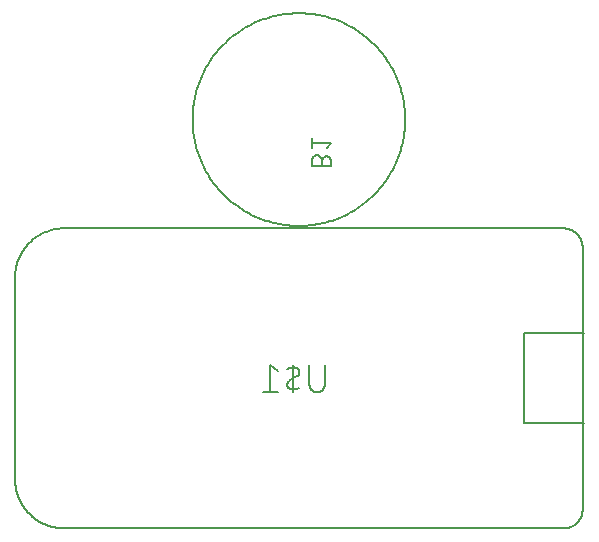
<source format=gbo>
G75*
%MOIN*%
%OFA0B0*%
%FSLAX25Y25*%
%IPPOS*%
%LPD*%
%AMOC8*
5,1,8,0,0,1.08239X$1,22.5*
%
%ADD10C,0.00500*%
%ADD11C,0.00600*%
%ADD12C,0.00800*%
D10*
X0035237Y0020250D02*
X0201654Y0020250D01*
X0201811Y0020252D01*
X0201968Y0020258D01*
X0202125Y0020267D01*
X0202282Y0020281D01*
X0202438Y0020298D01*
X0202594Y0020319D01*
X0202749Y0020344D01*
X0202903Y0020373D01*
X0203057Y0020406D01*
X0203210Y0020442D01*
X0203362Y0020482D01*
X0203513Y0020526D01*
X0203663Y0020573D01*
X0203811Y0020624D01*
X0203959Y0020679D01*
X0204105Y0020737D01*
X0204249Y0020799D01*
X0204392Y0020865D01*
X0204533Y0020934D01*
X0204673Y0021006D01*
X0204811Y0021082D01*
X0204946Y0021161D01*
X0205080Y0021244D01*
X0205212Y0021329D01*
X0205341Y0021418D01*
X0205469Y0021510D01*
X0205594Y0021605D01*
X0205717Y0021704D01*
X0205837Y0021805D01*
X0205955Y0021909D01*
X0206070Y0022016D01*
X0206182Y0022126D01*
X0206292Y0022238D01*
X0206399Y0022353D01*
X0206503Y0022471D01*
X0206604Y0022591D01*
X0206703Y0022714D01*
X0206798Y0022839D01*
X0206890Y0022967D01*
X0206979Y0023096D01*
X0207064Y0023228D01*
X0207147Y0023362D01*
X0207226Y0023497D01*
X0207302Y0023635D01*
X0207374Y0023775D01*
X0207443Y0023916D01*
X0207509Y0024059D01*
X0207571Y0024203D01*
X0207629Y0024349D01*
X0207684Y0024497D01*
X0207735Y0024645D01*
X0207782Y0024795D01*
X0207826Y0024946D01*
X0207866Y0025098D01*
X0207902Y0025251D01*
X0207935Y0025405D01*
X0207964Y0025559D01*
X0207989Y0025714D01*
X0208010Y0025870D01*
X0208027Y0026026D01*
X0208041Y0026183D01*
X0208050Y0026340D01*
X0208056Y0026497D01*
X0208058Y0026654D01*
X0208058Y0113846D01*
X0208056Y0114003D01*
X0208050Y0114160D01*
X0208041Y0114317D01*
X0208027Y0114474D01*
X0208010Y0114630D01*
X0207989Y0114786D01*
X0207964Y0114941D01*
X0207935Y0115095D01*
X0207902Y0115249D01*
X0207866Y0115402D01*
X0207826Y0115554D01*
X0207782Y0115705D01*
X0207735Y0115855D01*
X0207684Y0116003D01*
X0207629Y0116151D01*
X0207571Y0116297D01*
X0207509Y0116441D01*
X0207443Y0116584D01*
X0207374Y0116725D01*
X0207302Y0116865D01*
X0207226Y0117003D01*
X0207147Y0117138D01*
X0207064Y0117272D01*
X0206979Y0117404D01*
X0206890Y0117533D01*
X0206798Y0117661D01*
X0206703Y0117786D01*
X0206604Y0117909D01*
X0206503Y0118029D01*
X0206399Y0118147D01*
X0206292Y0118262D01*
X0206182Y0118374D01*
X0206070Y0118484D01*
X0205955Y0118591D01*
X0205837Y0118695D01*
X0205717Y0118796D01*
X0205594Y0118895D01*
X0205469Y0118990D01*
X0205341Y0119082D01*
X0205212Y0119171D01*
X0205080Y0119256D01*
X0204946Y0119339D01*
X0204811Y0119418D01*
X0204673Y0119494D01*
X0204533Y0119566D01*
X0204392Y0119635D01*
X0204249Y0119701D01*
X0204105Y0119763D01*
X0203959Y0119821D01*
X0203811Y0119876D01*
X0203663Y0119927D01*
X0203513Y0119974D01*
X0203362Y0120018D01*
X0203210Y0120058D01*
X0203057Y0120094D01*
X0202903Y0120127D01*
X0202749Y0120156D01*
X0202594Y0120181D01*
X0202438Y0120202D01*
X0202282Y0120219D01*
X0202125Y0120233D01*
X0201968Y0120242D01*
X0201811Y0120248D01*
X0201654Y0120250D01*
X0035237Y0120250D01*
X0034841Y0120245D01*
X0034444Y0120231D01*
X0034049Y0120207D01*
X0033654Y0120173D01*
X0033260Y0120130D01*
X0032867Y0120078D01*
X0032475Y0120016D01*
X0032085Y0119944D01*
X0031697Y0119864D01*
X0031311Y0119773D01*
X0030928Y0119674D01*
X0030546Y0119565D01*
X0030168Y0119447D01*
X0029792Y0119320D01*
X0029420Y0119184D01*
X0029051Y0119039D01*
X0028686Y0118885D01*
X0028324Y0118722D01*
X0027967Y0118551D01*
X0027614Y0118371D01*
X0027265Y0118183D01*
X0026921Y0117986D01*
X0026582Y0117781D01*
X0026247Y0117567D01*
X0025918Y0117346D01*
X0025595Y0117117D01*
X0025277Y0116880D01*
X0024965Y0116636D01*
X0024659Y0116384D01*
X0024359Y0116125D01*
X0024066Y0115858D01*
X0023779Y0115585D01*
X0023498Y0115304D01*
X0023225Y0115017D01*
X0022958Y0114724D01*
X0022699Y0114424D01*
X0022447Y0114118D01*
X0022203Y0113806D01*
X0021966Y0113488D01*
X0021737Y0113165D01*
X0021516Y0112836D01*
X0021302Y0112501D01*
X0021097Y0112162D01*
X0020900Y0111818D01*
X0020712Y0111469D01*
X0020532Y0111116D01*
X0020361Y0110759D01*
X0020198Y0110397D01*
X0020044Y0110032D01*
X0019899Y0109663D01*
X0019763Y0109291D01*
X0019636Y0108915D01*
X0019518Y0108537D01*
X0019409Y0108155D01*
X0019310Y0107772D01*
X0019219Y0107386D01*
X0019139Y0106998D01*
X0019067Y0106608D01*
X0019005Y0106216D01*
X0018953Y0105823D01*
X0018910Y0105429D01*
X0018876Y0105034D01*
X0018852Y0104639D01*
X0018838Y0104242D01*
X0018833Y0103846D01*
X0018833Y0036654D01*
X0018838Y0036258D01*
X0018852Y0035861D01*
X0018876Y0035466D01*
X0018910Y0035071D01*
X0018953Y0034677D01*
X0019005Y0034284D01*
X0019067Y0033892D01*
X0019139Y0033502D01*
X0019219Y0033114D01*
X0019310Y0032728D01*
X0019409Y0032345D01*
X0019518Y0031963D01*
X0019636Y0031585D01*
X0019763Y0031209D01*
X0019899Y0030837D01*
X0020044Y0030468D01*
X0020198Y0030103D01*
X0020361Y0029741D01*
X0020532Y0029384D01*
X0020712Y0029031D01*
X0020900Y0028682D01*
X0021097Y0028338D01*
X0021302Y0027999D01*
X0021516Y0027664D01*
X0021737Y0027335D01*
X0021966Y0027012D01*
X0022203Y0026694D01*
X0022447Y0026382D01*
X0022699Y0026076D01*
X0022958Y0025776D01*
X0023225Y0025483D01*
X0023498Y0025196D01*
X0023779Y0024915D01*
X0024066Y0024642D01*
X0024359Y0024375D01*
X0024659Y0024116D01*
X0024965Y0023864D01*
X0025277Y0023620D01*
X0025595Y0023383D01*
X0025918Y0023154D01*
X0026247Y0022933D01*
X0026582Y0022719D01*
X0026921Y0022514D01*
X0027265Y0022317D01*
X0027614Y0022129D01*
X0027967Y0021949D01*
X0028324Y0021778D01*
X0028686Y0021615D01*
X0029051Y0021461D01*
X0029420Y0021316D01*
X0029792Y0021180D01*
X0030168Y0021053D01*
X0030546Y0020935D01*
X0030928Y0020826D01*
X0031311Y0020727D01*
X0031697Y0020636D01*
X0032085Y0020556D01*
X0032475Y0020484D01*
X0032867Y0020422D01*
X0033260Y0020370D01*
X0033654Y0020327D01*
X0034049Y0020293D01*
X0034444Y0020269D01*
X0034841Y0020255D01*
X0035237Y0020250D01*
D11*
X0117683Y0141052D02*
X0124083Y0141052D01*
X0124083Y0142830D01*
X0124082Y0142830D02*
X0124080Y0142904D01*
X0124074Y0142979D01*
X0124064Y0143052D01*
X0124051Y0143126D01*
X0124034Y0143198D01*
X0124012Y0143269D01*
X0123988Y0143340D01*
X0123959Y0143408D01*
X0123927Y0143476D01*
X0123891Y0143541D01*
X0123853Y0143604D01*
X0123810Y0143666D01*
X0123765Y0143725D01*
X0123717Y0143782D01*
X0123666Y0143836D01*
X0123612Y0143887D01*
X0123555Y0143935D01*
X0123496Y0143980D01*
X0123434Y0144023D01*
X0123371Y0144061D01*
X0123306Y0144097D01*
X0123238Y0144129D01*
X0123170Y0144158D01*
X0123099Y0144182D01*
X0123028Y0144204D01*
X0122956Y0144221D01*
X0122882Y0144234D01*
X0122809Y0144244D01*
X0122734Y0144250D01*
X0122660Y0144252D01*
X0122586Y0144250D01*
X0122511Y0144244D01*
X0122438Y0144234D01*
X0122364Y0144221D01*
X0122292Y0144204D01*
X0122221Y0144182D01*
X0122150Y0144158D01*
X0122082Y0144129D01*
X0122014Y0144097D01*
X0121949Y0144061D01*
X0121886Y0144023D01*
X0121824Y0143980D01*
X0121765Y0143935D01*
X0121708Y0143887D01*
X0121654Y0143836D01*
X0121603Y0143782D01*
X0121555Y0143725D01*
X0121510Y0143666D01*
X0121467Y0143604D01*
X0121429Y0143541D01*
X0121393Y0143476D01*
X0121361Y0143408D01*
X0121332Y0143340D01*
X0121308Y0143269D01*
X0121286Y0143198D01*
X0121269Y0143126D01*
X0121256Y0143052D01*
X0121246Y0142979D01*
X0121240Y0142904D01*
X0121238Y0142830D01*
X0121238Y0141052D01*
X0121238Y0142830D02*
X0121236Y0142913D01*
X0121230Y0142996D01*
X0121220Y0143079D01*
X0121207Y0143162D01*
X0121189Y0143243D01*
X0121168Y0143324D01*
X0121143Y0143403D01*
X0121114Y0143481D01*
X0121082Y0143558D01*
X0121046Y0143633D01*
X0121007Y0143707D01*
X0120964Y0143778D01*
X0120918Y0143848D01*
X0120868Y0143915D01*
X0120816Y0143980D01*
X0120761Y0144042D01*
X0120702Y0144102D01*
X0120641Y0144159D01*
X0120578Y0144213D01*
X0120512Y0144264D01*
X0120443Y0144311D01*
X0120373Y0144356D01*
X0120300Y0144397D01*
X0120226Y0144434D01*
X0120150Y0144469D01*
X0120072Y0144499D01*
X0119994Y0144526D01*
X0119913Y0144549D01*
X0119832Y0144569D01*
X0119750Y0144584D01*
X0119668Y0144596D01*
X0119585Y0144604D01*
X0119502Y0144608D01*
X0119418Y0144608D01*
X0119335Y0144604D01*
X0119252Y0144596D01*
X0119170Y0144584D01*
X0119088Y0144569D01*
X0119007Y0144549D01*
X0118926Y0144526D01*
X0118848Y0144499D01*
X0118770Y0144469D01*
X0118694Y0144434D01*
X0118620Y0144397D01*
X0118547Y0144356D01*
X0118477Y0144311D01*
X0118408Y0144264D01*
X0118342Y0144213D01*
X0118279Y0144159D01*
X0118218Y0144102D01*
X0118159Y0144042D01*
X0118104Y0143980D01*
X0118052Y0143915D01*
X0118002Y0143848D01*
X0117956Y0143778D01*
X0117913Y0143707D01*
X0117874Y0143633D01*
X0117838Y0143558D01*
X0117806Y0143481D01*
X0117777Y0143403D01*
X0117752Y0143324D01*
X0117731Y0143243D01*
X0117713Y0143162D01*
X0117700Y0143079D01*
X0117690Y0142996D01*
X0117684Y0142913D01*
X0117682Y0142830D01*
X0117683Y0142830D02*
X0117683Y0141052D01*
X0117683Y0146918D02*
X0117683Y0150473D01*
X0117683Y0148696D02*
X0124083Y0148696D01*
X0122660Y0146918D01*
X0078013Y0156500D02*
X0078024Y0157370D01*
X0078056Y0158239D01*
X0078109Y0159107D01*
X0078184Y0159973D01*
X0078279Y0160837D01*
X0078397Y0161699D01*
X0078535Y0162558D01*
X0078694Y0163413D01*
X0078874Y0164263D01*
X0079075Y0165110D01*
X0079297Y0165950D01*
X0079539Y0166786D01*
X0079801Y0167615D01*
X0080084Y0168437D01*
X0080387Y0169252D01*
X0080710Y0170060D01*
X0081053Y0170859D01*
X0081415Y0171650D01*
X0081796Y0172431D01*
X0082197Y0173203D01*
X0082616Y0173965D01*
X0083054Y0174716D01*
X0083510Y0175457D01*
X0083985Y0176186D01*
X0084477Y0176903D01*
X0084986Y0177607D01*
X0085513Y0178300D01*
X0086056Y0178978D01*
X0086616Y0179644D01*
X0087192Y0180295D01*
X0087784Y0180932D01*
X0088391Y0181555D01*
X0089014Y0182162D01*
X0089651Y0182754D01*
X0090302Y0183330D01*
X0090968Y0183890D01*
X0091646Y0184433D01*
X0092339Y0184960D01*
X0093043Y0185469D01*
X0093760Y0185961D01*
X0094489Y0186436D01*
X0095230Y0186892D01*
X0095981Y0187330D01*
X0096743Y0187749D01*
X0097515Y0188150D01*
X0098296Y0188531D01*
X0099087Y0188893D01*
X0099886Y0189236D01*
X0100694Y0189559D01*
X0101509Y0189862D01*
X0102331Y0190145D01*
X0103160Y0190407D01*
X0103996Y0190649D01*
X0104836Y0190871D01*
X0105683Y0191072D01*
X0106533Y0191252D01*
X0107388Y0191411D01*
X0108247Y0191549D01*
X0109109Y0191667D01*
X0109973Y0191762D01*
X0110839Y0191837D01*
X0111707Y0191890D01*
X0112576Y0191922D01*
X0113446Y0191933D01*
X0114316Y0191922D01*
X0115185Y0191890D01*
X0116053Y0191837D01*
X0116919Y0191762D01*
X0117783Y0191667D01*
X0118645Y0191549D01*
X0119504Y0191411D01*
X0120359Y0191252D01*
X0121209Y0191072D01*
X0122056Y0190871D01*
X0122896Y0190649D01*
X0123732Y0190407D01*
X0124561Y0190145D01*
X0125383Y0189862D01*
X0126198Y0189559D01*
X0127006Y0189236D01*
X0127805Y0188893D01*
X0128596Y0188531D01*
X0129377Y0188150D01*
X0130149Y0187749D01*
X0130911Y0187330D01*
X0131662Y0186892D01*
X0132403Y0186436D01*
X0133132Y0185961D01*
X0133849Y0185469D01*
X0134553Y0184960D01*
X0135246Y0184433D01*
X0135924Y0183890D01*
X0136590Y0183330D01*
X0137241Y0182754D01*
X0137878Y0182162D01*
X0138501Y0181555D01*
X0139108Y0180932D01*
X0139700Y0180295D01*
X0140276Y0179644D01*
X0140836Y0178978D01*
X0141379Y0178300D01*
X0141906Y0177607D01*
X0142415Y0176903D01*
X0142907Y0176186D01*
X0143382Y0175457D01*
X0143838Y0174716D01*
X0144276Y0173965D01*
X0144695Y0173203D01*
X0145096Y0172431D01*
X0145477Y0171650D01*
X0145839Y0170859D01*
X0146182Y0170060D01*
X0146505Y0169252D01*
X0146808Y0168437D01*
X0147091Y0167615D01*
X0147353Y0166786D01*
X0147595Y0165950D01*
X0147817Y0165110D01*
X0148018Y0164263D01*
X0148198Y0163413D01*
X0148357Y0162558D01*
X0148495Y0161699D01*
X0148613Y0160837D01*
X0148708Y0159973D01*
X0148783Y0159107D01*
X0148836Y0158239D01*
X0148868Y0157370D01*
X0148879Y0156500D01*
X0148868Y0155630D01*
X0148836Y0154761D01*
X0148783Y0153893D01*
X0148708Y0153027D01*
X0148613Y0152163D01*
X0148495Y0151301D01*
X0148357Y0150442D01*
X0148198Y0149587D01*
X0148018Y0148737D01*
X0147817Y0147890D01*
X0147595Y0147050D01*
X0147353Y0146214D01*
X0147091Y0145385D01*
X0146808Y0144563D01*
X0146505Y0143748D01*
X0146182Y0142940D01*
X0145839Y0142141D01*
X0145477Y0141350D01*
X0145096Y0140569D01*
X0144695Y0139797D01*
X0144276Y0139035D01*
X0143838Y0138284D01*
X0143382Y0137543D01*
X0142907Y0136814D01*
X0142415Y0136097D01*
X0141906Y0135393D01*
X0141379Y0134700D01*
X0140836Y0134022D01*
X0140276Y0133356D01*
X0139700Y0132705D01*
X0139108Y0132068D01*
X0138501Y0131445D01*
X0137878Y0130838D01*
X0137241Y0130246D01*
X0136590Y0129670D01*
X0135924Y0129110D01*
X0135246Y0128567D01*
X0134553Y0128040D01*
X0133849Y0127531D01*
X0133132Y0127039D01*
X0132403Y0126564D01*
X0131662Y0126108D01*
X0130911Y0125670D01*
X0130149Y0125251D01*
X0129377Y0124850D01*
X0128596Y0124469D01*
X0127805Y0124107D01*
X0127006Y0123764D01*
X0126198Y0123441D01*
X0125383Y0123138D01*
X0124561Y0122855D01*
X0123732Y0122593D01*
X0122896Y0122351D01*
X0122056Y0122129D01*
X0121209Y0121928D01*
X0120359Y0121748D01*
X0119504Y0121589D01*
X0118645Y0121451D01*
X0117783Y0121333D01*
X0116919Y0121238D01*
X0116053Y0121163D01*
X0115185Y0121110D01*
X0114316Y0121078D01*
X0113446Y0121067D01*
X0112576Y0121078D01*
X0111707Y0121110D01*
X0110839Y0121163D01*
X0109973Y0121238D01*
X0109109Y0121333D01*
X0108247Y0121451D01*
X0107388Y0121589D01*
X0106533Y0121748D01*
X0105683Y0121928D01*
X0104836Y0122129D01*
X0103996Y0122351D01*
X0103160Y0122593D01*
X0102331Y0122855D01*
X0101509Y0123138D01*
X0100694Y0123441D01*
X0099886Y0123764D01*
X0099087Y0124107D01*
X0098296Y0124469D01*
X0097515Y0124850D01*
X0096743Y0125251D01*
X0095981Y0125670D01*
X0095230Y0126108D01*
X0094489Y0126564D01*
X0093760Y0127039D01*
X0093043Y0127531D01*
X0092339Y0128040D01*
X0091646Y0128567D01*
X0090968Y0129110D01*
X0090302Y0129670D01*
X0089651Y0130246D01*
X0089014Y0130838D01*
X0088391Y0131445D01*
X0087784Y0132068D01*
X0087192Y0132705D01*
X0086616Y0133356D01*
X0086056Y0134022D01*
X0085513Y0134700D01*
X0084986Y0135393D01*
X0084477Y0136097D01*
X0083985Y0136814D01*
X0083510Y0137543D01*
X0083054Y0138284D01*
X0082616Y0139035D01*
X0082197Y0139797D01*
X0081796Y0140569D01*
X0081415Y0141350D01*
X0081053Y0142141D01*
X0080710Y0142940D01*
X0080387Y0143748D01*
X0080084Y0144563D01*
X0079801Y0145385D01*
X0079539Y0146214D01*
X0079297Y0147050D01*
X0079075Y0147890D01*
X0078874Y0148737D01*
X0078694Y0149587D01*
X0078535Y0150442D01*
X0078397Y0151301D01*
X0078279Y0152163D01*
X0078184Y0153027D01*
X0078109Y0153893D01*
X0078056Y0154761D01*
X0078024Y0155630D01*
X0078013Y0156500D01*
X0188446Y0085250D02*
X0188446Y0055250D01*
X0208446Y0055250D01*
X0208446Y0085250D02*
X0188446Y0085250D01*
D12*
X0122075Y0074850D02*
X0122075Y0068206D01*
X0122073Y0068106D01*
X0122067Y0068005D01*
X0122057Y0067906D01*
X0122044Y0067806D01*
X0122026Y0067707D01*
X0122004Y0067609D01*
X0121979Y0067512D01*
X0121950Y0067416D01*
X0121917Y0067321D01*
X0121880Y0067228D01*
X0121840Y0067136D01*
X0121796Y0067046D01*
X0121749Y0066957D01*
X0121698Y0066870D01*
X0121644Y0066786D01*
X0121587Y0066704D01*
X0121526Y0066624D01*
X0121463Y0066546D01*
X0121396Y0066471D01*
X0121326Y0066399D01*
X0121254Y0066329D01*
X0121179Y0066262D01*
X0121101Y0066199D01*
X0121021Y0066138D01*
X0120939Y0066081D01*
X0120855Y0066027D01*
X0120768Y0065976D01*
X0120679Y0065929D01*
X0120589Y0065885D01*
X0120497Y0065845D01*
X0120404Y0065808D01*
X0120309Y0065775D01*
X0120213Y0065746D01*
X0120116Y0065721D01*
X0120018Y0065699D01*
X0119919Y0065681D01*
X0119819Y0065668D01*
X0119720Y0065658D01*
X0119619Y0065652D01*
X0119519Y0065650D01*
X0119419Y0065652D01*
X0119318Y0065658D01*
X0119219Y0065668D01*
X0119119Y0065681D01*
X0119020Y0065699D01*
X0118922Y0065721D01*
X0118825Y0065746D01*
X0118729Y0065775D01*
X0118634Y0065808D01*
X0118541Y0065845D01*
X0118449Y0065885D01*
X0118359Y0065929D01*
X0118270Y0065976D01*
X0118183Y0066027D01*
X0118099Y0066081D01*
X0118017Y0066138D01*
X0117937Y0066199D01*
X0117859Y0066262D01*
X0117784Y0066329D01*
X0117712Y0066399D01*
X0117642Y0066471D01*
X0117575Y0066546D01*
X0117512Y0066624D01*
X0117451Y0066704D01*
X0117394Y0066786D01*
X0117340Y0066870D01*
X0117289Y0066957D01*
X0117242Y0067046D01*
X0117198Y0067136D01*
X0117158Y0067228D01*
X0117121Y0067321D01*
X0117088Y0067416D01*
X0117059Y0067512D01*
X0117034Y0067609D01*
X0117012Y0067707D01*
X0116994Y0067806D01*
X0116981Y0067906D01*
X0116971Y0068005D01*
X0116965Y0068106D01*
X0116963Y0068206D01*
X0116964Y0068206D02*
X0116964Y0074850D01*
X0111573Y0074850D02*
X0111573Y0065650D01*
X0110807Y0066672D02*
X0110731Y0066688D01*
X0110657Y0066707D01*
X0110583Y0066730D01*
X0110511Y0066757D01*
X0110440Y0066788D01*
X0110371Y0066822D01*
X0110304Y0066859D01*
X0110239Y0066900D01*
X0110176Y0066944D01*
X0110115Y0066991D01*
X0110057Y0067042D01*
X0110001Y0067095D01*
X0109948Y0067151D01*
X0109898Y0067209D01*
X0109850Y0067270D01*
X0109806Y0067333D01*
X0109766Y0067398D01*
X0109728Y0067466D01*
X0109694Y0067535D01*
X0109664Y0067605D01*
X0109637Y0067678D01*
X0109614Y0067751D01*
X0109594Y0067825D01*
X0109579Y0067901D01*
X0109567Y0067977D01*
X0109559Y0068053D01*
X0109555Y0068130D01*
X0109554Y0068207D01*
X0109558Y0068284D01*
X0109565Y0068361D01*
X0109577Y0068437D01*
X0109592Y0068513D01*
X0109611Y0068587D01*
X0109634Y0068661D01*
X0109660Y0068733D01*
X0109690Y0068804D01*
X0109724Y0068873D01*
X0109761Y0068941D01*
X0109801Y0069006D01*
X0109844Y0069070D01*
X0109891Y0069131D01*
X0109941Y0069190D01*
X0109994Y0069246D01*
X0110049Y0069299D01*
X0110107Y0069350D01*
X0110168Y0069398D01*
X0110230Y0069442D01*
X0110295Y0069483D01*
X0111573Y0070250D01*
X0112851Y0071017D01*
X0113617Y0067184D02*
X0113507Y0067120D01*
X0113396Y0067060D01*
X0113282Y0067004D01*
X0113167Y0066951D01*
X0113050Y0066901D01*
X0112931Y0066856D01*
X0112811Y0066814D01*
X0112690Y0066776D01*
X0112568Y0066741D01*
X0112445Y0066711D01*
X0112321Y0066684D01*
X0112196Y0066661D01*
X0112070Y0066643D01*
X0111944Y0066628D01*
X0111818Y0066617D01*
X0111691Y0066610D01*
X0111564Y0066607D01*
X0111437Y0066608D01*
X0111310Y0066613D01*
X0111184Y0066622D01*
X0111057Y0066635D01*
X0110931Y0066652D01*
X0110806Y0066673D01*
X0109529Y0073316D02*
X0109639Y0073380D01*
X0109751Y0073440D01*
X0109864Y0073496D01*
X0109979Y0073549D01*
X0110096Y0073599D01*
X0110215Y0073644D01*
X0110335Y0073686D01*
X0110456Y0073724D01*
X0110578Y0073759D01*
X0110701Y0073789D01*
X0110825Y0073816D01*
X0110950Y0073839D01*
X0111076Y0073857D01*
X0111202Y0073872D01*
X0111328Y0073883D01*
X0111455Y0073890D01*
X0111582Y0073893D01*
X0111709Y0073892D01*
X0111836Y0073887D01*
X0111962Y0073878D01*
X0112089Y0073865D01*
X0112214Y0073848D01*
X0112340Y0073827D01*
X0112339Y0073828D02*
X0112415Y0073812D01*
X0112489Y0073793D01*
X0112563Y0073770D01*
X0112635Y0073743D01*
X0112705Y0073712D01*
X0112775Y0073678D01*
X0112842Y0073641D01*
X0112907Y0073600D01*
X0112970Y0073556D01*
X0113031Y0073509D01*
X0113089Y0073458D01*
X0113145Y0073405D01*
X0113198Y0073349D01*
X0113248Y0073291D01*
X0113296Y0073230D01*
X0113340Y0073167D01*
X0113380Y0073102D01*
X0113418Y0073034D01*
X0113452Y0072965D01*
X0113482Y0072895D01*
X0113509Y0072822D01*
X0113532Y0072749D01*
X0113552Y0072675D01*
X0113567Y0072599D01*
X0113579Y0072523D01*
X0113587Y0072447D01*
X0113591Y0072370D01*
X0113592Y0072293D01*
X0113588Y0072216D01*
X0113581Y0072139D01*
X0113569Y0072063D01*
X0113554Y0071987D01*
X0113535Y0071913D01*
X0113512Y0071839D01*
X0113486Y0071767D01*
X0113456Y0071696D01*
X0113422Y0071627D01*
X0113385Y0071559D01*
X0113345Y0071494D01*
X0113302Y0071430D01*
X0113255Y0071369D01*
X0113205Y0071310D01*
X0113152Y0071254D01*
X0113097Y0071201D01*
X0113039Y0071150D01*
X0112978Y0071102D01*
X0112916Y0071058D01*
X0112851Y0071017D01*
X0106457Y0072806D02*
X0103901Y0074850D01*
X0103901Y0065650D01*
X0101346Y0065650D02*
X0106457Y0065650D01*
M02*

</source>
